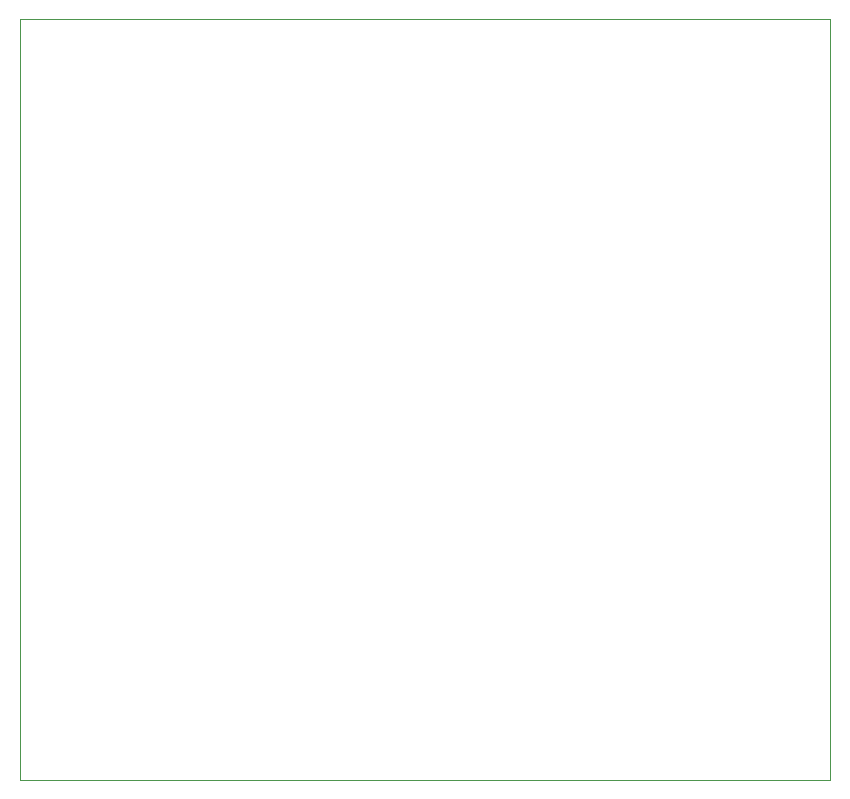
<source format=gko>
G75*
G70*
%OFA0B0*%
%FSLAX24Y24*%
%IPPOS*%
%LPD*%
%AMOC8*
5,1,8,0,0,1.08239X$1,22.5*
%
%ADD10C,0.0000*%
D10*
X000101Y000101D02*
X000101Y025471D01*
X027093Y025471D01*
X027093Y000101D01*
X000101Y000101D01*
M02*

</source>
